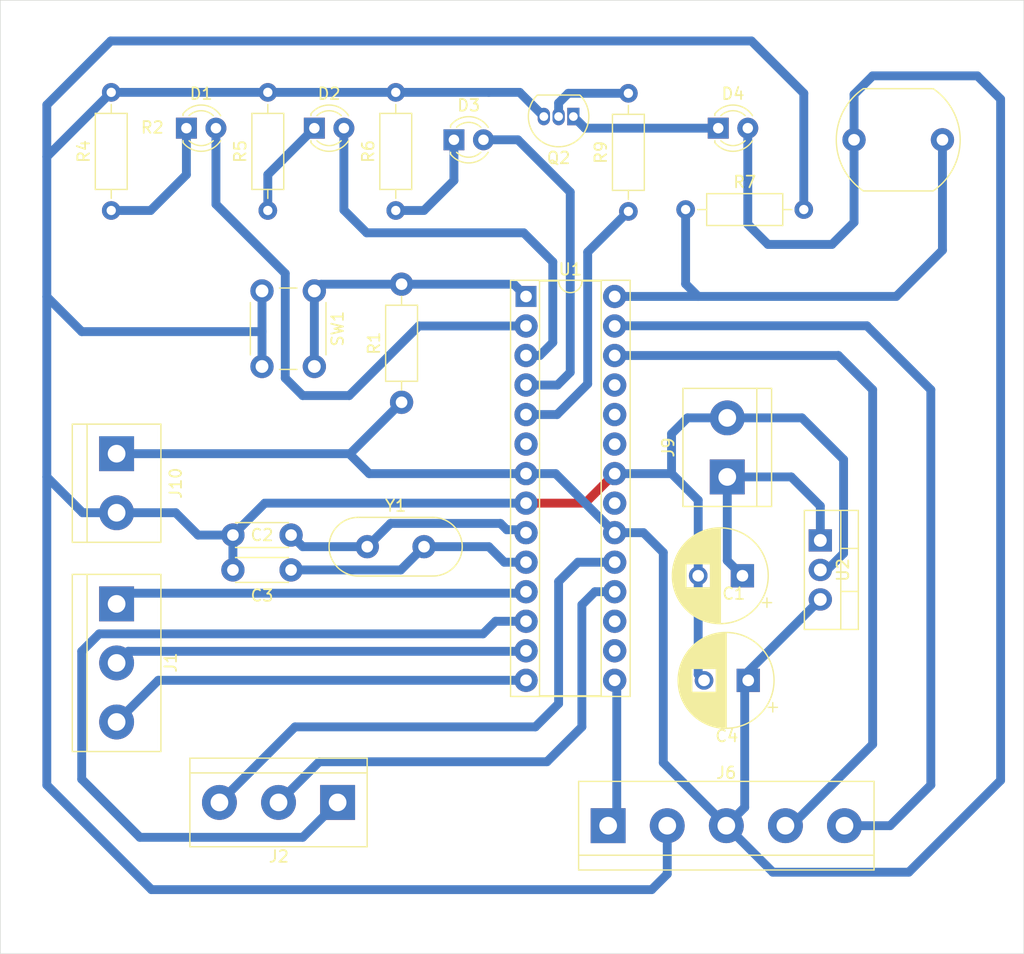
<source format=kicad_pcb>
(kicad_pcb (version 20240108) (generator "pcbnew") (generator_version "8.0")
  (layers (0 "F.Cu" signal) (31 "B.Cu" signal) (34 "B.Paste" user) (35 "F.Paste" user) (36 "B.SilkS" user "B.Silkscreen") (37 "F.SilkS" user "F.Silkscreen") (38 "B.Mask" user) (39 "F.Mask" user) (44 "Edge.Cuts" user))
  (net 0 "")
  (net 1 "+9V")
  (net 2 "GND")
  (net 3 "Crystal1")
  (net 4 "Crystal2")
  (net 5 "+5V")
  (net 6 "IN2")
  (net 7 "PWM1")
  (net 8 "IN1")
  (net 9 "IN3")
  (net 10 "IN4")
  (net 11 "PWM2")
  (net 12 "LED1")
  (net 13 "Net-(D1-K)")
  (net 14 "Net-(D2-K)")
  (net 15 "LED2")
  (net 16 "Net-(D3-K)")
  (net 17 "LED3")
  (net 18 "ControleY")
  (net 19 "BotaoLED")
  (net 20 "ControleX")
  (net 21 "Net-(D4-K)")
  (net 22 "LDR")
  (net 23 "Net-(Q2-B)")
  (net 24 "Reset")
  (net 25 "LASER")
  (footprint "Button_Switch_THT:SW_PUSH_6mm_H5mm" (layer "F.Cu") (at 139 60 -90)
    (property "Reference" "SW1" (at 3.25 -2 90) (layer "F.SilkS"))
    (property "Value" "SW_Push")
    (pad "1" thru_hole circle (at 0 0) (size 2 2) (drill 1.1) (layers "*.Cu" "*.Mask") (net 24 "Reset"))
    (pad "1" thru_hole circle (at 6.5 0) (size 2 2) (drill 1.1) (layers "*.Cu" "*.Mask") (net 24 "Reset"))
    (pad "2" thru_hole circle (at 0 4.5) (size 2 2) (drill 1.1) (layers "*.Cu" "*.Mask") (net 2 "GND"))
    (pad "2" thru_hole circle (at 6.5 4.5) (size 2 2) (drill 1.1) (layers "*.Cu" "*.Mask") (net 2 "GND"))
  )
  (footprint "Resistor_THT:R_Axial_DIN0207_L6.3mm_D2.5mm_P10.16mm_Horizontal" (layer "F.Cu") (at 135 53.08 90)
    (property "Reference" "R5" (at 5.08 -2.37 90) (layer "F.SilkS"))
    (property "Value" "330R")
    (pad "1" thru_hole circle (at 0 0 90) (size 1.6 1.6) (drill 0.8) (layers "*.Cu" "*.Mask") (net 14 "Net-(D2-K)"))
    (pad "2" thru_hole oval (at 10.16 0 90) (size 1.6 1.6) (drill 0.8) (layers "*.Cu" "*.Mask") (net 2 "GND"))
  )
  (footprint "OptoDevice:R_LDR_10x8.5mm_P7.6mm_Vertical" (layer "F.Cu") (at 185.4 47)
    (property "Reference" "R2" (at -60.33 -1.06 0) (layer "F.SilkS"))
    (property "Value" "LDR03")
    (pad "1" thru_hole circle (at 0 0) (size 2 2) (drill 1) (layers "*.Cu" "*.Mask") (net 5 "+5V"))
    (pad "2" thru_hole circle (at 7.6 0) (size 2 2) (drill 1) (layers "*.Cu" "*.Mask") (net 22 "LDR"))
  )
  (footprint "TerminalBlock:TerminalBlock_bornier-3_P5.08mm" (layer "F.Cu") (at 141 104 180)
    (property "Reference" "J2" (at 5.05 -4.65 0) (layer "F.SilkS"))
    (property "Value" "Motor2")
    (pad "1" thru_hole rect (at 0 0 180) (size 3 3) (drill 1.52) (layers "*.Cu" "*.Mask") (net 11 "PWM2"))
    (pad "2" thru_hole circle (at 5.08 0 180) (size 3 3) (drill 1.52) (layers "*.Cu" "*.Mask") (net 9 "IN3"))
    (pad "3" thru_hole circle (at 10.16 0 180) (size 3 3) (drill 1.52) (layers "*.Cu" "*.Mask") (net 10 "IN4"))
  )
  (footprint "LED_THT:LED_D3.0mm" (layer "F.Cu") (at 139 46)
    (property "Reference" "D2" (at 1.27 -2.96 0) (layer "F.SilkS"))
    (property "Value" "LED")
    (pad "1" thru_hole rect (at 0 0) (size 1.8 1.8) (drill 0.9) (layers "*.Cu" "*.Mask") (net 14 "Net-(D2-K)"))
    (pad "2" thru_hole circle (at 2.54 0) (size 1.8 1.8) (drill 0.9) (layers "*.Cu" "*.Mask") (net 15 "LED2"))
  )
  (footprint "Capacitor_THT:CP_Radial_D8.0mm_P3.80mm" (layer "F.Cu") (at 175.802651 84.5 180)
    (property "Reference" "C1" (at 0.747651 -1.54 360) (layer "F.SilkS"))
    (property "Value" "10uF")
    (pad "1" thru_hole rect (at 0 0 180) (size 2 2) (drill 1) (layers "*.Cu" "*.Mask") (net 1 "+9V"))
    (pad "2" thru_hole circle (at 3.8 0 180) (size 1.6 1.6) (drill 1) (layers "*.Cu" "*.Mask") (net 2 "GND"))
  )
  (footprint "LED_THT:LED_D3.0mm" (layer "F.Cu") (at 128 46)
    (property "Reference" "D1" (at 1.27 -2.96 0) (layer "F.SilkS"))
    (property "Value" "LED")
    (pad "1" thru_hole rect (at 0 0) (size 1.8 1.8) (drill 0.9) (layers "*.Cu" "*.Mask") (net 13 "Net-(D1-K)"))
    (pad "2" thru_hole circle (at 2.54 0) (size 1.8 1.8) (drill 0.9) (layers "*.Cu" "*.Mask") (net 12 "LED1"))
  )
  (footprint "Resistor_THT:R_Axial_DIN0207_L6.3mm_D2.5mm_P10.16mm_Horizontal" (layer "F.Cu") (at 146 53.08 90)
    (property "Reference" "R6" (at 5.08 -2.37 90) (layer "F.SilkS"))
    (property "Value" "330R")
    (pad "1" thru_hole circle (at 0 0 90) (size 1.6 1.6) (drill 0.8) (layers "*.Cu" "*.Mask") (net 16 "Net-(D3-K)"))
    (pad "2" thru_hole oval (at 10.16 0 90) (size 1.6 1.6) (drill 0.8) (layers "*.Cu" "*.Mask") (net 2 "GND"))
  )
  (footprint "LED_THT:LED_D3.0mm" (layer "F.Cu") (at 173.725 46)
    (property "Reference" "D4" (at 1.27 -2.96 360) (layer "F.SilkS"))
    (property "Value" "LED")
    (pad "1" thru_hole rect (at 0 0) (size 1.8 1.8) (drill 0.9) (layers "*.Cu" "*.Mask") (net 21 "Net-(D4-K)"))
    (pad "2" thru_hole circle (at 2.54 0) (size 1.8 1.8) (drill 0.9) (layers "*.Cu" "*.Mask") (net 5 "+5V"))
  )
  (footprint "LED_THT:LED_D3.0mm" (layer "F.Cu") (at 151 47)
    (property "Reference" "D3" (at 1.27 -2.96 0) (layer "F.SilkS"))
    (property "Value" "LED")
    (pad "1" thru_hole rect (at 0 0) (size 1.8 1.8) (drill 0.9) (layers "*.Cu" "*.Mask") (net 16 "Net-(D3-K)"))
    (pad "2" thru_hole circle (at 2.54 0) (size 1.8 1.8) (drill 0.9) (layers "*.Cu" "*.Mask") (net 17 "LED3"))
  )
  (footprint "TerminalBlock:TerminalBlock_bornier-2_P5.08mm" (layer "F.Cu") (at 174.5 76 90)
    (property "Reference" "J9" (at 2.54 -5.08 90) (layer "F.SilkS"))
    (property "Value" "Fonte")
    (pad "1" thru_hole rect (at 0 0 90) (size 3 3) (drill 1.52) (layers "*.Cu" "*.Mask") (net 1 "+9V"))
    (pad "2" thru_hole circle (at 5.08 0 90) (size 3 3) (drill 1.52) (layers "*.Cu" "*.Mask") (net 2 "GND"))
  )
  (footprint "Crystal:Crystal_HC49-4H_Vertical" (layer "F.Cu") (at 143.55 82)
    (property "Reference" "Y1" (at 2.44 -3.525 0) (layer "F.SilkS"))
    (property "Value" "Crystal")
    (pad "1" thru_hole circle (at 0 0) (size 2 2) (drill 1) (layers "*.Cu" "*.Mask") (net 3 "Crystal1"))
    (pad "2" thru_hole circle (at 4.88 0) (size 2 2) (drill 1) (layers "*.Cu" "*.Mask") (net 4 "Crystal2"))
  )
  (footprint "Package_TO_SOT_THT:TO-220-3_Vertical" (layer "F.Cu") (at 182.5 81.46 -90)
    (property "Reference" "U2" (at 2.54 -1.945 90) (layer "F.SilkS"))
    (property "Value" "LM7805_TO220" (hide yes))
    (pad "1" thru_hole rect (at 0 0 270) (size 1.905 2) (drill 1.1) (layers "*.Cu" "*.Mask") (net 1 "+9V"))
    (pad "2" thru_hole oval (at 2.54 0 270) (size 1.905 2) (drill 1.1) (layers "*.Cu" "*.Mask") (net 2 "GND"))
    (pad "3" thru_hole oval (at 5.08 0 270) (size 1.905 2) (drill 1.1) (layers "*.Cu" "*.Mask") (net 5 "+5V"))
  )
  (footprint "Resistor_THT:R_Axial_DIN0207_L6.3mm_D2.5mm_P10.16mm_Horizontal" (layer "F.Cu") (at 166 53.16 90)
    (property "Reference" "R9" (at 5.08 -2.37 90) (layer "F.SilkS"))
    (property "Value" "1k")
    (pad "1" thru_hole circle (at 0 0 90) (size 1.6 1.6) (drill 0.8) (layers "*.Cu" "*.Mask") (net 25 "LASER"))
    (pad "2" thru_hole oval (at 10.16 0 90) (size 1.6 1.6) (drill 0.8) (layers "*.Cu" "*.Mask") (net 23 "Net-(Q2-B)"))
  )
  (footprint "TerminalBlock:TerminalBlock_bornier-5_P5.08mm" (layer "F.Cu") (at 164.26 106)
    (property "Reference" "J6" (at 10.15 -4.55 0) (layer "F.SilkS"))
    (property "Value" "Controle")
    (pad "1" thru_hole rect (at 0 0) (size 3 3) (drill 1.52) (layers "*.Cu" "*.Mask") (net 19 "BotaoLED"))
    (pad "2" thru_hole circle (at 5.08 0) (size 3 3) (drill 1.52) (layers "*.Cu" "*.Mask") (net 2 "GND"))
    (pad "3" thru_hole circle (at 10.16 0) (size 3 3) (drill 1.52) (layers "*.Cu" "*.Mask") (net 5 "+5V"))
    (pad "4" thru_hole circle (at 15.24 0) (size 3 3) (drill 1.52) (layers "*.Cu" "*.Mask") (net 20 "ControleX"))
    (pad "5" thru_hole circle (at 20.32 0) (size 3 3) (drill 1.52) (layers "*.Cu" "*.Mask") (net 18 "ControleY"))
  )
  (footprint "Capacitor_THT:CP_Radial_D8.0mm_P3.80mm" (layer "F.Cu") (at 176.302651 93.5 180)
    (property "Reference" "C4" (at 1.845 -4.79 360) (layer "F.SilkS"))
    (property "Value" "10uF" (hide yes))
    (pad "1" thru_hole rect (at 0 0 180) (size 2 2) (drill 1) (layers "*.Cu" "*.Mask") (net 5 "+5V"))
    (pad "2" thru_hole circle (at 3.8 0 180) (size 1.6 1.6) (drill 1) (layers "*.Cu" "*.Mask") (net 2 "GND"))
  )
  (footprint "TerminalBlock:TerminalBlock_bornier-2_P5.08mm" (layer "F.Cu") (at 122 74 -90)
    (property "Reference" "J10" (at 2.54 -5.08 90) (layer "F.SilkS"))
    (property "Value" "PONTEH")
    (pad "1" thru_hole rect (at 0 0 270) (size 3 3) (drill 1.52) (layers "*.Cu" "*.Mask") (net 5 "+5V"))
    (pad "2" thru_hole circle (at 5.08 0 270) (size 3 3) (drill 1.52) (layers "*.Cu" "*.Mask") (net 2 "GND"))
  )
  (footprint "Resistor_THT:R_Axial_DIN0207_L6.3mm_D2.5mm_P10.16mm_Horizontal" (layer "F.Cu") (at 121.54 53.08 90)
    (property "Reference" "R4" (at 5.08 -2.37 90) (layer "F.SilkS"))
    (property "Value" "330R")
    (pad "1" thru_hole circle (at 0 0 90) (size 1.6 1.6) (drill 0.8) (layers "*.Cu" "*.Mask") (net 13 "Net-(D1-K)"))
    (pad "2" thru_hole oval (at 10.16 0 90) (size 1.6 1.6) (drill 0.8) (layers "*.Cu" "*.Mask") (net 2 "GND"))
  )
  (footprint "Capacitor_THT:C_Disc_D4.3mm_W1.9mm_P5.00mm" (layer "F.Cu") (at 137 81 180)
    (property "Reference" "C2" (at 2.5 0 0) (layer "F.SilkS"))
    (property "Value" "22pF")
    (pad "1" thru_hole circle (at 0 0 180) (size 2 2) (drill 1) (layers "*.Cu" "*.Mask") (net 3 "Crystal1"))
    (pad "2" thru_hole circle (at 5 0 180) (size 2 2) (drill 1) (layers "*.Cu" "*.Mask") (net 2 "GND"))
  )
  (footprint "Resistor_THT:R_Axial_DIN0207_L6.3mm_D2.5mm_P10.16mm_Horizontal" (layer "F.Cu") (at 146.5 69.58 90)
    (property "Reference" "R1" (at 5.08 -2.37 90) (layer "F.SilkS"))
    (property "Value" "10K")
    (pad "1" thru_hole circle (at 0 0 90) (size 2 2) (drill 1) (layers "*.Cu" "*.Mask") (net 5 "+5V"))
    (pad "2" thru_hole circle (at 10.16 0 90) (size 2 2) (drill 1) (layers "*.Cu" "*.Mask") (net 24 "Reset"))
  )
  (footprint "Package_TO_SOT_THT:TO-92_Inline" (layer "F.Cu") (at 161.27 45 180)
    (property "Reference" "Q2" (at 1.27 -3.56 0) (layer "F.SilkS"))
    (property "Value" "BC547")
    (pad "1" thru_hole rect (at 0 0 180) (size 1.05 1.5) (drill 0.75) (layers "*.Cu" "*.Mask") (net 21 "Net-(D4-K)"))
    (pad "2" thru_hole oval (at 1.27 0 180) (size 1.05 1.5) (drill 0.75) (layers "*.Cu" "*.Mask") (net 23 "Net-(Q2-B)"))
    (pad "3" thru_hole oval (at 2.54 0 180) (size 1.05 1.5) (drill 0.75) (layers "*.Cu" "*.Mask") (net 2 "GND"))
  )
  (footprint "Capacitor_THT:C_Disc_D4.3mm_W1.9mm_P5.00mm" (layer "F.Cu") (at 137 84 180)
    (property "Reference" "C3" (at 2.5 -2.2 0) (layer "F.SilkS"))
    (property "Value" "22pF")
    (pad "1" thru_hole circle (at 0 0 180) (size 2 2) (drill 1) (layers "*.Cu" "*.Mask") (net 4 "Crystal2"))
    (pad "2" thru_hole circle (at 5 0 180) (size 2 2) (drill 1) (layers "*.Cu" "*.Mask") (net 2 "GND"))
  )
  (footprint "TerminalBlock:TerminalBlock_bornier-3_P5.08mm" (layer "F.Cu") (at 122 86.92 -90)
    (property "Reference" "J1" (at 5.05 -4.65 90) (layer "F.SilkS"))
    (property "Value" "Motor1")
    (pad "1" thru_hole rect (at 0 0 270) (size 3 3) (drill 1.52) (layers "*.Cu" "*.Mask") (net 7 "PWM1"))
    (pad "2" thru_hole circle (at 5.08 0 270) (size 3 3) (drill 1.52) (layers "*.Cu" "*.Mask") (net 8 "IN1"))
    (pad "3" thru_hole circle (at 10.16 0 270) (size 3 3) (drill 1.52) (layers "*.Cu" "*.Mask") (net 6 "IN2"))
  )
  (footprint "Resistor_THT:R_Axial_DIN0207_L6.3mm_D2.5mm_P10.16mm_Horizontal" (layer "F.Cu") (at 170.92 53)
    (property "Reference" "R7" (at 5.08 -2.37 0) (layer "F.SilkS"))
    (property "Value" "10K")
    (pad "1" thru_hole circle (at 0 0) (size 1.6 1.6) (drill 0.8) (layers "*.Cu" "*.Mask") (net 22 "LDR"))
    (pad "2" thru_hole oval (at 10.16 0) (size 1.6 1.6) (drill 0.8) (layers "*.Cu" "*.Mask") (net 2 "GND"))
  )
  (footprint "Package_DIP:DIP-28_W7.62mm_Socket" (layer "F.Cu") (at 157.2 60.475)
    (property "Reference" "U1" (at 3.81 -2.33 0) (layer "F.SilkS"))
    (property "Value" "ATmega328P-P")
    (pad "1" thru_hole rect (at 0 0) (size 1.8 1.8) (drill 1) (layers "*.Cu" "*.Mask" "Eco1.User") (net 24 "Reset"))
    (pad "2" thru_hole circle (at 0 2.54) (size 2 2) (drill 1) (layers "*.Cu" "*.Mask") (net 12 "LED1"))
    (pad "3" thru_hole circle (at 0 5.08) (size 2 2) (drill 1) (layers "*.Cu" "*.Mask" "F.Adhes") (net 15 "LED2"))
    (pad "4" thru_hole circle (at 0 7.62) (size 2 2) (drill 1) (layers "*.Cu" "*.Mask" "F.Paste") (net 17 "LED3"))
    (pad "5" thru_hole circle (at 0 10.16) (size 2 2) (drill 1) (layers "*.Cu" "*.Mask") (net 25 "LASER"))
    (pad "6" thru_hole circle (at 0 12.7) (size 2 2) (drill 1) (layers "*.Cu" "*.Mask"))
    (pad "7" thru_hole circle (at 0 15.24) (size 2 2) (drill 1) (layers "*.Cu" "*.Mask") (net 5 "+5V"))
    (pad "8" thru_hole circle (at 0 17.78) (size 2 2) (drill 1) (layers "*.Cu" "*.Mask") (net 2 "GND"))
    (pad "9" thru_hole circle (at 0 20.32) (size 2 2) (drill 1) (layers "*.Cu" "*.Mask") (net 3 "Crystal1"))
    (pad "10" thru_hole circle (at 0 22.86) (size 2 2) (drill 1) (layers "*.Cu" "*.Mask") (net 4 "Crystal2"))
    (pad "11" thru_hole circle (at 0 25.4) (size 2 2) (drill 1) (layers "*.Cu" "B.Mask") (net 7 "PWM1"))
    (pad "12" thru_hole circle (at 0 27.94) (size 2 2) (drill 1) (layers "*.Cu" "*.Mask") (net 11 "PWM2"))
    (pad "13" thru_hole circle (at 0 30.48) (size 2 2) (drill 1) (layers "*.Cu" "*.Mask") (net 8 "IN1"))
    (pad "14" thru_hole circle (at 0 33.02) (size 2 2) (drill 1) (layers "*.Cu" "*.Mask") (net 6 "IN2"))
    (pad "15" thru_hole circle (at 7.62 33.02) (size 2 2) (drill 1) (layers "*.Cu" "*.Mask") (net 19 "BotaoLED"))
    (pad "16" thru_hole circle (at 7.62 30.48) (size 2 2) (drill 1) (layers "*.Cu" "*.Mask"))
    (pad "17" thru_hole circle (at 7.62 27.94) (size 2 2) (drill 1) (layers "*.Cu" "*.Mask"))
    (pad "18" thru_hole circle (at 7.62 25.4) (size 2 2) (drill 1) (layers "*.Cu" "*.Mask") (net 9 "IN3"))
    (pad "19" thru_hole circle (at 7.62 22.86) (size 2 2) (drill 1) (layers "*.Cu" "*.Mask") (net 10 "IN4"))
    (pad "20" thru_hole circle (at 7.62 20.32) (size 2 2) (drill 1) (layers "*.Cu" "*.Mask") (net 5 "+5V"))
    (pad "21" thru_hole circle (at 7.62 17.78) (size 2 2) (drill 1) (layers "*.Cu" "*.Mask"))
    (pad "22" thru_hole circle (at 7.62 15.24) (size 2 2) (drill 1) (layers "*.Cu" "*.Mask") (net 2 "GND"))
    (pad "23" thru_hole circle (at 7.62 12.7) (size 2 2) (drill 1) (layers "*.Cu" "*.Mask"))
    (pad "24" thru_hole circle (at 7.62 10.16) (size 2 2) (drill 1) (layers "*.Cu" "*.Mask"))
    (pad "25" thru_hole circle (at 7.62 7.62) (size 2 2) (drill 1) (layers "*.Cu" "*.Mask"))
    (pad "26" thru_hole circle (at 7.62 5.08) (size 2 2) (drill 1) (layers "*.Cu" "*.Mask") (net 20 "ControleX"))
    (pad "27" thru_hole circle (at 7.62 2.54) (size 2 2) (drill 1) (layers "*.Cu" "*.Mask") (net 18 "ControleY"))
    (pad "28" thru_hole circle (at 7.62 0) (size 2 2) (drill 1) (layers "*.Cu" "*.Mask") (net 22 "LDR"))
  )
  (gr_rect (start 112 35) (end 200 117) (stroke (width 0.05)) (fill none) (layer "Edge.Cuts"))
  (segment (start 180 76) (end 182.5 78.5) (width 0.762) (layer "B.Cu") (net 1))
  (segment (start 175.802651 84.5) (end 176 84.5) (width 0.762) (layer "B.Cu") (net 1))
  (segment (start 182.5 78.5) (end 182.5 81.46) (width 0.762) (layer "B.Cu") (net 1))
  (segment (start 174.5 83.197349) (end 174.5 76) (width 0.762) (layer "B.Cu") (net 1))
  (segment (start 175.802651 84.5) (end 174.5 83.197349) (width 0.762) (layer "B.Cu") (net 1))
  (segment (start 174.5 76) (end 180 76) (width 0.762) (layer "B.Cu") (net 1))
  (segment (start 162.28 78.255) (end 164.82 75.715) (width 0.762) (layer "F.Cu") (net 2))
  (segment (start 157.2 78.255) (end 162.28 78.255) (width 0.762) (layer "F.Cu") (net 2))
  (segment (start 172 84.502651) (end 172.002651 84.5) (width 0.762) (layer "B.Cu") (net 2))
  (segment (start 168 111.5) (end 125 111.5) (width 0.762) (layer "B.Cu") (net 2))
  (segment (start 169.71 72.29) (end 171.08 70.92) (width 0.762) (layer "B.Cu") (net 2))
  (segment (start 134.5 63.5) (end 134.5 60) (width 0.762) (layer "B.Cu") (net 2))
  (segment (start 119.08 79.08) (end 122 79.08) (width 0.762) (layer "B.Cu") (net 2))
  (segment (start 157.2 78.255) (end 134.745 78.255) (width 0.762) (layer "B.Cu") (net 2))
  (segment (start 146 42.92) (end 154 42.92) (width 0.762) (layer "B.Cu") (net 2))
  (segment (start 116 60.5) (end 116 76) (width 0.762) (layer "B.Cu") (net 2))
  (segment (start 125 111.5) (end 116 102.5) (width 0.762) (layer "B.Cu") (net 2))
  (segment (start 169.34 106) (end 169.34 110.16) (width 0.762) (layer "B.Cu") (net 2))
  (segment (start 181.08 43) (end 181.08 53) (width 0.762) (layer "B.Cu") (net 2))
  (segment (start 184.5 82.5745) (end 184.5 74.5) (width 0.762) (layer "B.Cu") (net 2))
  (segment (start 169.705 75.715) (end 169.71 75.71) (width 0.762) (layer "B.Cu") (net 2))
  (segment (start 129 81) (end 127.08 79.08) (width 0.762) (layer "B.Cu") (net 2))
  (segment (start 121.54 42.92) (end 116 48.46) (width 0.762) (layer "B.Cu") (net 2))
  (segment (start 116 48.46) (end 116 44) (width 0.762) (layer "B.Cu") (net 2))
  (segment (start 121.5 38.5) (end 176.58 38.5) (width 0.762) (layer "B.Cu") (net 2))
  (segment (start 172.002651 78.002651) (end 169.71 75.71) (width 0.762) (layer "B.Cu") (net 2))
  (segment (start 119 63.5) (end 116 60.5) (width 0.762) (layer "B.Cu") (net 2))
  (segment (start 116 48.46) (end 116 60.5) (width 0.762) (layer "B.Cu") (net 2))
  (segment (start 182.5 84) (end 183.0745 84) (width 0.762) (layer "B.Cu") (net 2))
  (segment (start 171.08 70.92) (end 174.5 70.92) (width 0.762) (layer "B.Cu") (net 2))
  (segment (start 116 102.5) (end 116 76) (width 0.762) (layer "B.Cu") (net 2))
  (segment (start 172 92.997349) (end 172 84.502651) (width 0.762) (layer "B.Cu") (net 2))
  (segment (start 134.5 63.5) (end 119 63.5) (width 0.762) (layer "B.Cu") (net 2))
  (segment (start 116 44) (end 121.5 38.5) (width 0.762) (layer "B.Cu") (net 2))
  (segment (start 184.5 74.5) (end 180.92 70.92) (width 0.762) (layer "B.Cu") (net 2))
  (segment (start 132 81) (end 129 81) (width 0.762) (layer "B.Cu") (net 2))
  (segment (start 135 42.92) (end 146 42.92) (width 0.762) (layer "B.Cu") (net 2))
  (segment (start 132 81) (end 132 83) (width 0.762) (layer "B.Cu") (net 2))
  (segment (start 121.54 42.92) (end 135 42.92) (width 0.762) (layer "B.Cu") (net 2))
  (segment (start 156.65 42.92) (end 158.73 45) (width 0.762) (layer "B.Cu") (net 2))
  (segment (start 164.82 75.715) (end 169.705 75.715) (width 0.762) (layer "B.Cu") (net 2))
  (segment (start 172.002651 84.5) (end 172.002651 78.002651) (width 0.762) (layer "B.Cu") (net 2))
  (segment (start 183.0745 84) (end 184.5 82.5745) (width 0.762) (layer "B.Cu") (net 2))
  (segment (start 172.502651 93.5) (end 172 92.997349) (width 0.762) (layer "B.Cu") (net 2))
  (segment (start 127.08 79.08) (end 122 79.08) (width 0.762) (layer "B.Cu") (net 2))
  (segment (start 180.92 70.92) (end 174.5 70.92) (width 0.762) (layer "B.Cu") (net 2))
  (segment (start 134.5 66.5) (end 134.5 63.5) (width 0.762) (layer "B.Cu") (net 2))
  (segment (start 116 76) (end 119.08 79.08) (width 0.762) (layer "B.Cu") (net 2))
  (segment (start 169.34 110.16) (end 168 111.5) (width 0.762) (layer "B.Cu") (net 2))
  (segment (start 154 42.92) (end 156.65 42.92) (width 0.762) (layer "B.Cu") (net 2))
  (segment (start 134.745 78.255) (end 132 81) (width 0.762) (layer "B.Cu") (net 2))
  (segment (start 176.58 38.5) (end 181.08 43) (width 0.762) (layer "B.Cu") (net 2))
  (segment (start 169.71 75.71) (end 169.71 72.29) (width 0.762) (layer "B.Cu") (net 2))
  (segment (start 132 83) (end 132 84) (width 0.762) (layer "B.Cu") (net 2))
  (segment (start 143.55 82) (end 138 82) (width 0.762) (layer "B.Cu") (net 3))
  (segment (start 155 80) (end 145.55 80) (width 0.762) (layer "B.Cu") (net 3))
  (segment (start 157.2 80.795) (end 156.947 80.542) (width 0.762) (layer "B.Cu") (net 3))
  (segment (start 156.947 80.542) (end 155.542 80.542) (width 0.762) (layer "B.Cu") (net 3))
  (segment (start 138 82) (end 137 81) (width 0.762) (layer "B.Cu") (net 3))
  (segment (start 145.55 80) (end 143.55 82) (width 0.762) (layer "B.Cu") (net 3))
  (segment (start 155.542 80.542) (end 155 80) (width 0.762) (layer "B.Cu") (net 3))
  (segment (start 154 82) (end 155.335 83.335) (width 0.762) (layer "B.Cu") (net 4))
  (segment (start 155.335 83.335) (end 157.2 83.335) (width 0.762) (layer "B.Cu") (net 4))
  (segment (start 146.43 84) (end 148.43 82) (width 0.762) (layer "B.Cu") (net 4))
  (segment (start 148.43 82) (end 154 82) (width 0.762) (layer "B.Cu") (net 4))
  (segment (start 137 84) (end 146.43 84) (width 0.762) (layer "B.Cu") (net 4))
  (segment (start 176.265 54.265) (end 178 56) (width 0.762) (layer "B.Cu") (net 5))
  (segment (start 178 56) (end 183.5 56) (width 0.762) (layer "B.Cu") (net 5))
  (segment (start 143.715 75.715) (end 142 74) (width 0.762) (layer "B.Cu") (net 5))
  (segment (start 167.295 80.795) (end 164.82 80.795) (width 0.762) (layer "B.Cu") (net 5))
  (segment (start 142 74) (end 142.08 74) (width 0.762) (layer "B.Cu") (net 5))
  (segment (start 198 43.5) (end 196 41.5) (width 0.762) (layer "B.Cu") (net 5))
  (segment (start 178.42 110) (end 190.102979 110) (width 0.762) (layer "B.Cu") (net 5))
  (segment (start 198 102.102979) (end 198 43.5) (width 0.762) (layer "B.Cu") (net 5))
  (segment (start 157.2 75.715) (end 143.715 75.715) (width 0.762) (layer "B.Cu") (net 5))
  (segment (start 176 93.802651) (end 176.302651 93.5) (width 0.762) (layer "B.Cu") (net 5))
  (segment (start 142.08 74) (end 146.5 69.58) (width 0.762) (layer "B.Cu") (net 5))
  (segment (start 174.42 106) (end 174.42 105.42) (width 0.762) (layer "B.Cu") (net 5))
  (segment (start 122 74) (end 142 74) (width 0.762) (layer "B.Cu") (net 5))
  (segment (start 183.5 56) (end 185.4 54.1) (width 0.762) (layer "B.Cu") (net 5))
  (segment (start 185.4 43.1) (end 185.4 47) (width 0.762) (layer "B.Cu") (net 5))
  (segment (start 157.2 75.715) (end 159.74 75.715) (width 0.762) (layer "B.Cu") (net 5))
  (segment (start 185.4 54.1) (end 185.4 47) (width 0.762) (layer "B.Cu") (net 5))
  (segment (start 176.302651 92.737349) (end 182.5 86.54) (width 0.762) (layer "B.Cu") (net 5))
  (segment (start 174.42 106) (end 176 104.42) (width 0.762) (layer "B.Cu") (net 5))
  (segment (start 176 104.42) (end 176 93.802651) (width 0.762) (layer "B.Cu") (net 5))
  (segment (start 169 100.58) (end 169 82.5) (width 0.762) (layer "B.Cu") (net 5))
  (segment (start 174.42 106) (end 169 100.58) (width 0.762) (layer "B.Cu") (net 5))
  (segment (start 196 41.5) (end 187 41.5) (width 0.762) (layer "B.Cu") (net 5))
  (segment (start 190.102979 110) (end 198 102.102979) (width 0.762) (layer "B.Cu") (net 5))
  (segment (start 187 41.5) (end 185.4 43.1) (width 0.762) (layer "B.Cu") (net 5))
  (segment (start 159.74 75.715) (end 164.82 80.795) (width 0.762) (layer "B.Cu") (net 5))
  (segment (start 174.42 106) (end 178.42 110) (width 0.762) (layer "B.Cu") (net 5))
  (segment (start 169 82.5) (end 167.295 80.795) (width 0.762) (layer "B.Cu") (net 5))
  (segment (start 176.302651 93.5) (end 176.302651 92.737349) (width 0.762) (layer "B.Cu") (net 5))
  (segment (start 176.265 46) (end 176.265 54.265) (width 0.762) (layer "B.Cu") (net 5))
  (segment (start 125.585 93.495) (end 122 97.08) (width 0.762) (layer "B.Cu") (net 6))
  (segment (start 157.2 93.495) (end 125.585 93.495) (width 0.762) (layer "B.Cu") (net 6))
  (segment (start 122.92 86) (end 122 86.92) (width 0.762) (layer "B.Cu") (net 7))
  (segment (start 157.2 85.875) (end 157.075 86) (width 0.762) (layer "B.Cu") (net 7))
  (segment (start 157.075 86) (end 122.92 86) (width 0.762) (layer "B.Cu") (net 7))
  (segment (start 123 91) (end 157.155 91) (width 0.762) (layer "B.Cu") (net 8))
  (segment (start 122 92) (end 123 91) (width 0.762) (layer "B.Cu") (net 8))
  (segment (start 157.155 91) (end 157.2 90.955) (width 0.762) (layer "B.Cu") (net 8))
  (segment (start 163.125 85.875) (end 164.82 85.875) (width 0.762) (layer "B.Cu") (net 9))
  (segment (start 159 100.5) (end 162 97.5) (width 0.762) (layer "B.Cu") (net 9))
  (segment (start 162 87) (end 163.125 85.875) (width 0.762) (layer "B.Cu") (net 9))
  (segment (start 139.42 100.5) (end 159 100.5) (width 0.762) (layer "B.Cu") (net 9))
  (segment (start 162 97.5) (end 162 87) (width 0.762) (layer "B.Cu") (net 9))
  (segment (start 135.92 104) (end 139.42 100.5) (width 0.762) (layer "B.Cu") (net 9))
  (segment (start 161.665 83.335) (end 164.82 83.335) (width 0.762) (layer "B.Cu") (net 10))
  (segment (start 130.84 104) (end 137.34 97.5) (width 0.762) (layer "B.Cu") (net 10))
  (segment (start 158 97.5) (end 160 95.5) (width 0.762) (layer "B.Cu") (net 10))
  (segment (start 160 95.5) (end 160 85) (width 0.762) (layer "B.Cu") (net 10))
  (segment (start 160 85) (end 161.665 83.335) (width 0.762) (layer "B.Cu") (net 10))
  (segment (start 137.34 97.5) (end 158 97.5) (width 0.762) (layer "B.Cu") (net 10))
  (segment (start 124 107) (end 119 102) (width 0.762) (layer "B.Cu") (net 11))
  (segment (start 154.585 88.415) (end 157.2 88.415) (width 0.762) (layer "B.Cu") (net 11))
  (segment (start 153.5 89.5) (end 154.585 88.415) (width 0.762) (layer "B.Cu") (net 11))
  (segment (start 141 104) (end 138 107) (width 0.762) (layer "B.Cu") (net 11))
  (segment (start 120.5 89.5) (end 153.5 89.5) (width 0.762) (layer "B.Cu") (net 11))
  (segment (start 119 91) (end 120.5 89.5) (width 0.762) (layer "B.Cu") (net 11))
  (segment (start 119 102) (end 119 91) (width 0.762) (layer "B.Cu") (net 11))
  (segment (start 138 107) (end 124 107) (width 0.762) (layer "B.Cu") (net 11))
  (segment (start 138 69) (end 142 69) (width 0.762) (layer "B.Cu") (net 12))
  (segment (start 147.985 63.015) (end 157.2 63.015) (width 0.762) (layer "B.Cu") (net 12))
  (segment (start 136.5 67.5) (end 138 69) (width 0.762) (layer "B.Cu") (net 12))
  (segment (start 130.54 52.54) (end 136.5 58.5) (width 0.762) (layer "B.Cu") (net 12))
  (segment (start 136.5 58.5) (end 136.5 67.5) (width 0.762) (layer "B.Cu") (net 12))
  (segment (start 130.54 46) (end 130.54 52.54) (width 0.762) (layer "B.Cu") (net 12))
  (segment (start 142 69) (end 147.985 63.015) (width 0.762) (layer "B.Cu") (net 12))
  (segment (start 124.92 53.08) (end 128 50) (width 0.762) (layer "B.Cu") (net 13))
  (segment (start 128 50) (end 128 46) (width 0.762) (layer "B.Cu") (net 13))
  (segment (start 121.54 53.08) (end 124.92 53.08) (width 0.762) (layer "B.Cu") (net 13))
  (segment (start 135 53.08) (end 135 50) (width 0.762) (layer "B.Cu") (net 14))
  (segment (start 135 50) (end 139 46) (width 0.762) (layer "B.Cu") (net 14))
  (segment (start 143.5 55) (end 141.54 53.04) (width 0.762) (layer "B.Cu") (net 15))
  (segment (start 157 55) (end 143.5 55) (width 0.762) (layer "B.Cu") (net 15))
  (segment (start 158.379526 65.555) (end 159.5 64.434526) (width 0.762) (layer "B.Cu") (net 15))
  (segment (start 159.5 64.434526) (end 159.5 57.5) (width 0.762) (layer "B.Cu") (net 15))
  (segment (start 157.2 65.555) (end 158.379526 65.555) (width 0.762) (layer "B.Cu") (net 15))
  (segment (start 159.5 57.5) (end 157 55) (width 0.762) (layer "B.Cu") (net 15))
  (segment (start 141.54 53.04) (end 141.54 46) (width 0.762) (layer "B.Cu") (net 15))
  (segment (start 146 53.08) (end 148.42 53.08) (width 0.762) (layer "B.Cu") (net 16))
  (segment (start 148.42 53.08) (end 151 50.5) (width 0.762) (layer "B.Cu") (net 16))
  (segment (start 151 50.5) (end 151 47) (width 0.762) (layer "B.Cu") (net 16))
  (segment (start 156.5 47) (end 161 51.5) (width 0.762) (layer "B.Cu") (net 17))
  (segment (start 153.54 47) (end 156.5 47) (width 0.762) (layer "B.Cu") (net 17))
  (segment (start 161 67) (end 159.905 68.095) (width 0.762) (layer "B.Cu") (net 17))
  (segment (start 161 51.5) (end 161 67) (width 0.762) (layer "B.Cu") (net 17))
  (segment (start 159.905 68.095) (end 157.2 68.095) (width 0.762) (layer "B.Cu") (net 17))
  (segment (start 184.58 106) (end 188.5 106) (width 0.762) (layer "B.Cu") (net 18))
  (segment (start 188.5 106) (end 192 102.5) (width 0.762) (layer "B.Cu") (net 18))
  (segment (start 192 102.5) (end 192 68.5) (width 0.762) (layer "B.Cu") (net 18))
  (segment (start 164.835 63) (end 164.82 63.015) (width 0.762) (layer "B.Cu") (net 18))
  (segment (start 186.5 63) (end 164.835 63) (width 0.762) (layer "B.Cu") (net 18))
  (segment (start 192 68.5) (end 186.5 63) (width 0.762) (layer "B.Cu") (net 18))
  (segment (start 165 105.26) (end 165 93.675) (width 0.762) (layer "B.Cu") (net 19))
  (segment (start 165 93.675) (end 164.82 93.495) (width 0.762) (layer "B.Cu") (net 19))
  (segment (start 164.26 106) (end 165 105.26) (width 0.762) (layer "B.Cu") (net 19))
  (segment (start 179.5 106) (end 180 106) (width 0.762) (layer "B.Cu") (net 20))
  (segment (start 187 68.5) (end 184.055 65.555) (width 0.762) (layer "B.Cu") (net 20))
  (segment (start 184.055 65.555) (end 164.82 65.555) (width 0.762) (layer "B.Cu") (net 20))
  (segment (start 180 106) (end 187 99) (width 0.762) (layer "B.Cu") (net 20))
  (segment (start 187 99) (end 187 68.5) (width 0.762) (layer "B.Cu") (net 20))
  (segment (start 173.725 46) (end 162.27 46) (width 0.762) (layer "B.Cu") (net 21))
  (segment (start 162.27 46) (end 161.27 45) (width 0.762) (layer "B.Cu") (net 21))
  (segment (start 170.92 53) (end 170.92 59.395) (width 0.762) (layer "B.Cu") (net 22))
  (segment (start 189.025 60.475) (end 193 56.5) (width 0.762) (layer "B.Cu") (net 22))
  (segment (start 170.92 59.395) (end 172 60.475) (width 0.762) (layer "B.Cu") (net 22))
  (segment (start 193 56.5) (end 193 47) (width 0.762) (layer "B.Cu") (net 22))
  (segment (start 164.82 60.475) (end 172 60.475) (width 0.762) (layer "B.Cu") (net 22))
  (segment (start 172 60.475) (end 189.025 60.475) (width 0.762) (layer "B.Cu") (net 22))
  (segment (start 160.833 43) (end 166 43) (width 0.762) (layer "B.Cu") (net 23))
  (segment (start 160 45) (end 160 43.833) (width 0.762) (layer "B.Cu") (net 23))
  (segment (start 160 43.833) (end 160.833 43) (width 0.762) (layer "B.Cu") (net 23))
  (segment (start 156.145 59.42) (end 157.2 60.475) (width 0.762) (layer "B.Cu") (net 24))
  (segment (start 146.5 59.42) (end 156.145 59.42) (width 0.762) (layer "B.Cu") (net 24))
  (segment (start 139.58 59.42) (end 139 60) (width 0.762) (layer "B.Cu") (net 24))
  (segment (start 146.5 59.42) (end 139.58 59.42) (width 0.762) (layer "B.Cu") (net 24))
  (segment (start 139 66.5) (end 139 60) (width 0.762) (layer "B.Cu") (net 24))
  (segment (start 157.2 70.635) (end 159.865 70.635) (width 0.762) (layer "B.Cu") (net 25))
  (segment (start 162.5 68) (end 162.5 56.66) (width 0.762) (layer "B.Cu") (net 25))
  (segment (start 162.5 56.66) (end 166 53.16) (width 0.762) (layer "B.Cu") (net 25))
  (segment (start 159.865 70.635) (end 162.5 68) (width 0.762) (layer "B.Cu") (net 25))
)
</source>
